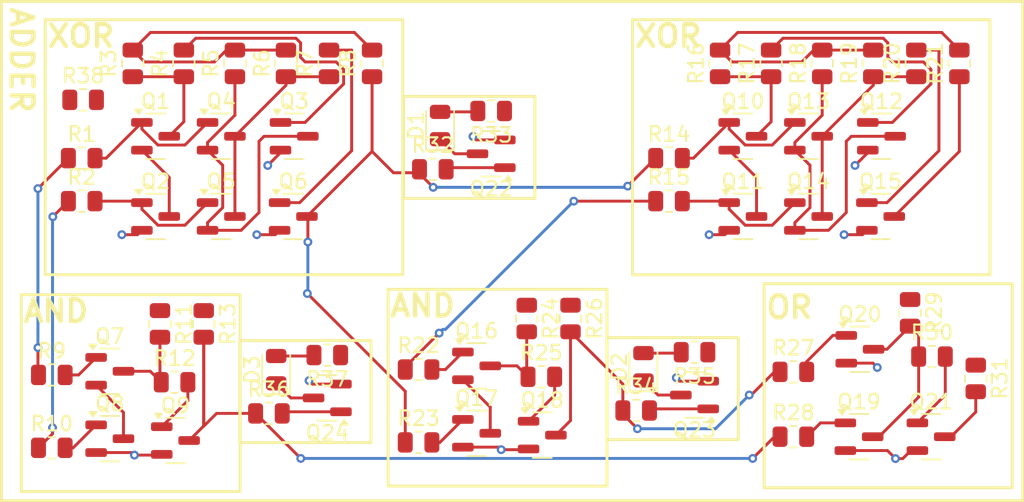
<source format=kicad_pcb>
(kicad_pcb (version 20240108) (generator "pcbnew") (generator_version "8.0")
  (layers (0 "F.Cu" signal) (31 "B.Cu" signal) (34 "B.Paste" user) (35 "F.Paste" user) (36 "B.SilkS" user "B.Silkscreen") (37 "F.SilkS" user "F.Silkscreen") (38 "B.Mask" user) (39 "F.Mask" user) (44 "Edge.Cuts" user))
  (net 0 "")
  (net 1 "Net-(Q1-E)")
  (net 2 "/XorGate2/Asig")
  (net 3 "Net-(Q1-C)")
  (net 4 "GND")
  (net 5 "/XorGate2/Bsig")
  (net 6 "Net-(Q3-B)")
  (net 7 "Net-(Q3-C)")
  (net 8 "Net-(Q4-C)")
  (net 9 "/And Gate2/B")
  (net 10 "Net-(Q6-B)")
  (net 11 "Net-(Q7-B)")
  (net 12 "Net-(Q7-E)")
  (net 13 "Net-(Q7-C)")
  (net 14 "Net-(Q8-B)")
  (net 15 "/And Gate3/OUT")
  (net 16 "Net-(Q9-B)")
  (net 17 "Net-(Q10-C)")
  (net 18 "Net-(Q10-E)")
  (net 19 "/XorGate1/Asig")
  (net 20 "/XorGate1/Bsig")
  (net 21 "Net-(Q12-C)")
  (net 22 "Net-(Q12-B)")
  (net 23 "Net-(Q13-C)")
  (net 24 "/SUM")
  (net 25 "Net-(Q15-B)")
  (net 26 "Net-(Q16-E)")
  (net 27 "Net-(Q16-B)")
  (net 28 "Net-(Q16-C)")
  (net 29 "Net-(Q17-B)")
  (net 30 "Net-(Q18-B)")
  (net 31 "/And Gate2/OUT")
  (net 32 "Net-(Q19-C)")
  (net 33 "Net-(Q19-B)")
  (net 34 "Net-(Q20-B)")
  (net 35 "/Cout")
  (net 36 "Net-(Q21-B)")
  (net 37 "/A")
  (net 38 "/B")
  (net 39 "VCC")
  (net 40 "/Cin")
  (net 43 "Net-(D1-K)")
  (net 44 "Net-(D1-A)")
  (net 45 "Net-(D2-A)")
  (net 46 "Net-(D2-K)")
  (net 47 "Net-(D3-K)")
  (net 48 "Net-(D3-A)")
  (net 49 "Net-(Q22-B)")
  (net 50 "Net-(Q23-B)")
  (net 51 "Net-(Q24-B)")
  (footprint "Package_TO_SOT_SMD:SOT-23" (layer "F.Cu") (at 109.8125 50.5)
    (property "Reference" "Q14")
    (property "Value" "NPN Transistor")
  )
  (footprint "Resistor_SMD:R_0805_2012Metric" (layer "F.Cu") (at 72.83014 64.011323)
    (property "Reference" "R36")
    (property "Value" "42k" (hide yes))
  )
  (footprint "Package_TO_SOT_SMD:SOT-23" (layer "F.Cu") (at 113.273474 65.610974)
    (property "Reference" "Q19")
    (property "Value" "NPN Transistor")
  )
  (footprint "Resistor_SMD:R_0805_2012Metric" (layer "F.Cu") (at 114.25 40 90)
    (property "Reference" "R19")
    (property "Value" "2.1k")
  )
  (footprint "Package_TO_SOT_SMD:SOT-23" (layer "F.Cu") (at 91.5625 65.5)
    (property "Reference" "Q18")
    (property "Value" "NPN Transistor")
  )
  (footprint "Resistor_SMD:R_0805_2012Metric" (layer "F.Cu") (at 103.75 40 90)
    (property "Reference" "R16")
    (property "Value" "2.1k")
  )
  (footprint "Resistor_SMD:R_0805_2012Metric" (layer "F.Cu") (at 100.25 46.5)
    (property "Reference" "R14")
    (property "Value" "1k")
  )
  (footprint "Resistor_SMD:R_0805_2012Metric" (layer "F.Cu") (at 102 59.8125 180)
    (property "Reference" "R35")
    (property "Value" "200" (hide yes))
  )
  (footprint "Resistor_SMD:R_0805_2012Metric" (layer "F.Cu") (at 93.5 57.5 -90)
    (property "Reference" "R26")
    (property "Value" "2.7k")
  )
  (footprint "LED_SMD:LED_0805_2012Metric" (layer "F.Cu") (at 98.5 60.8125 90)
    (property "Reference" "D2")
    (property "Value" "Red LED")
  )
  (footprint "Resistor_SMD:R_0805_2012Metric" (layer "F.Cu") (at 76.83014 60.011323 180)
    (property "Reference" "R37")
    (property "Value" "200" (hide yes))
  )
  (footprint "Package_TO_SOT_SMD:SOT-23" (layer "F.Cu") (at 109.8125 45)
    (property "Reference" "Q13")
    (property "Value" "NPN Transistor")
  )
  (footprint "Resistor_SMD:R_0805_2012Metric" (layer "F.Cu") (at 116.773474 57.110974 -90)
    (property "Reference" "R29")
    (property "Value" "2.7k")
  )
  (footprint "Package_TO_SOT_SMD:SOT-23" (layer "F.Cu") (at 118.210974 65.610974)
    (property "Reference" "Q21")
    (property "Value" "NPN Transistor")
  )
  (footprint "Package_TO_SOT_SMD:SOT-23" (layer "F.Cu") (at 76.83014 62.948823 180)
    (property "Reference" "Q24")
    (property "Value" "NPN Transistor")
  )
  (footprint "Package_TO_SOT_SMD:SOT-23" (layer "F.Cu") (at 66.425409 65.871313)
    (property "Reference" "Q9")
    (property "Value" "NPN Transistor")
  )
  (footprint "Resistor_SMD:R_0805_2012Metric" (layer "F.Cu") (at 74 40 90)
    (property "Reference" "R6")
    (property "Value" "2.1k")
  )
  (footprint "Resistor_SMD:R_0805_2012Metric" (layer "F.Cu") (at 121.273474 61.610974 -90)
    (property "Reference" "R31")
    (property "Value" "2.7k")
  )
  (footprint "Package_TO_SOT_SMD:SOT-23" (layer "F.Cu") (at 113.335974 59.610974)
    (property "Reference" "Q20")
    (property "Value" "NPN Transistor")
  )
  (footprint "Resistor_SMD:R_0805_2012Metric" (layer "F.Cu") (at 63.5 40 90)
    (property "Reference" "R3")
    (property "Value" "2.1k")
  )
  (footprint "LED_SMD:LED_0805_2012Metric" (layer "F.Cu") (at 84.5625 44.2625 90)
    (property "Reference" "D1")
    (property "Value" "Red LED")
  )
  (footprint "Resistor_SMD:R_0805_2012Metric" (layer "F.Cu") (at 83.0875 66)
    (property "Reference" "R23")
    (property "Value" "42k")
  )
  (footprint "Package_TO_SOT_SMD:SOT-23" (layer "F.Cu") (at 74.5625 45)
    (property "Reference" "Q3")
    (property "Value" "NPN Transistor")
  )
  (footprint "Resistor_SMD:R_0805_2012Metric" (layer "F.Cu") (at 79.9 40 90)
    (property "Reference" "R8")
    (property "Value" "2.7k")
  )
  (footprint "Resistor_SMD:R_0805_2012Metric" (layer "F.Cu") (at 60 49.45)
    (property "Reference" "R2")
    (property "Value" "1k")
  )
  (footprint "Resistor_SMD:R_0805_2012Metric" (layer "F.Cu") (at 83.0875 61)
    (property "Reference" "R22")
    (property "Value" "42k")
  )
  (footprint "Resistor_SMD:R_0805_2012Metric" (layer "F.Cu") (at 108.773474 65.610974)
    (property "Reference" "R28")
    (property "Value" "42k")
  )
  (footprint "Package_TO_SOT_SMD:SOT-23" (layer "F.Cu") (at 69.5625 50.5)
    (property "Reference" "Q5")
    (property "Value" "NPN Transistor")
  )
  (footprint "Package_TO_SOT_SMD:SOT-23" (layer "F.Cu") (at 87.0625 60.75)
    (property "Reference" "Q16")
    (property "Value" "NPN Transistor")
  )
  (footprint "Resistor_SMD:R_0805_2012Metric" (layer "F.Cu") (at 98 63.8125)
    (property "Reference" "R34")
    (property "Value" "42k" (hide yes))
  )
  (footprint "Resistor_SMD:R_0805_2012Metric" (layer "F.Cu") (at 57.950409 66.371313)
    (property "Reference" "R10")
    (property "Value" "42k")
  )
  (footprint "Package_TO_SOT_SMD:SOT-23" (layer "F.Cu") (at 105.3125 50.5)
    (property "Reference" "Q11")
    (property "Value" "NPN Transistor")
  )
  (footprint "Package_TO_SOT_SMD:SOT-23" (layer "F.Cu") (at 102 62.75 180)
    (property "Reference" "Q23")
    (property "Value" "NPN Transistor")
  )
  (footprint "Resistor_SMD:R_0805_2012Metric" (layer "F.Cu") (at 90.5 57.5 -90)
    (property "Reference" "R24")
    (property "Value" "2.1k")
  )
  (footprint "Resistor_SMD:R_0805_2012Metric" (layer "F.Cu") (at 107.25 40 90)
    (property "Reference" "R17")
    (property "Value" "1k")
  )
  (footprint "Resistor_SMD:R_0805_2012Metric" (layer "F.Cu") (at 100.25 49.45)
    (property "Reference" "R15")
    (property "Value" "1k")
  )
  (footprint "Package_TO_SOT_SMD:SOT-23" (layer "F.Cu") (at 65.0625 50.5)
    (property "Reference" "Q2")
    (property "Value" "NPN Transistor")
  )
  (footprint "Resistor_SMD:R_0805_2012Metric" (layer "F.Cu") (at 68.362909 57.871313 -90)
    (property "Reference" "R13")
    (property "Value" "2.7k")
  )
  (footprint "Resistor_SMD:R_0805_2012Metric" (layer "F.Cu") (at 88.0625 43.2625 180)
    (property "Reference" "R33")
    (property "Value" "200" (hide yes))
  )
  (footprint "Resistor_SMD:R_0805_2012Metric" (layer "F.Cu") (at 84.0625 47.2625)
    (property "Reference" "R32")
    (property "Value" "42k" (hide yes))
  )
  (footprint "Resistor_SMD:R_0805_2012Metric" (layer "F.Cu") (at 117.2 40 90)
    (property "Reference" "R20")
    (property "Value" "39k")
  )
  (footprint "Resistor_SMD:R_0805_2012Metric" (layer "F.Cu") (at 120.15 40 90)
    (property "Reference" "R21")
    (property "Value" "2.7k")
  )
  (footprint "Resistor_SMD:R_0805_2012Metric" (layer "F.Cu") (at 57.950409 61.371313)
    (property "Reference" "R9")
    (property "Value" "42k")
  )
  (footprint "Package_TO_SOT_SMD:SOT-23" (layer "F.Cu") (at 69.5625 45)
    (property "Reference" "Q4")
    (property "Value" "NPN Transistor")
  )
  (footprint "Package_TO_SOT_SMD:SOT-23" (layer "F.Cu") (at 88.0625 46.2 180)
    (property "Reference" "Q22")
    (property "Value" "NPN Transistor")
  )
  (footprint "Package_TO_SOT_SMD:SOT-23" (layer "F.Cu") (at 74.5 50.5)
    (property "Reference" "Q6")
    (property "Value" "NPN Transistor")
  )
  (footprint "Resistor_SMD:R_0805_2012Metric" (layer "F.Cu") (at 60.0975 42.5)
    (property "Reference" "R38")
    (property "Value" "R")
  )
  (footprint "Resistor_SMD:R_0805_2012Metric" (layer "F.Cu") (at 70.5 40 90)
    (property "Reference" "R5")
    (property "Value" "2.7k")
  )
  (footprint "Package_TO_SOT_SMD:SOT-23" (layer "F.Cu") (at 61.925409 65.746313)
    (property "Reference" "Q8")
    (property "Value" "NPN Transistor")
  )
  (footprint "Resistor_SMD:R_0805_2012Metric" (layer "F.Cu") (at 118.273474 60.110974)
    (property "Reference" "R30")
    (property "Value" "39k")
  )
  (footprint "Resistor_SMD:R_0805_2012Metric" (layer "F.Cu") (at 66.362909 61.871313)
    (property "Reference" "R12")
    (property "Value" "39k")
  )
  (footprint "Resistor_SMD:R_0805_2012Metric" (layer "F.Cu") (at 108.773474 61.160974)
    (property "Reference" "R27")
    (property "Value" "42k")
  )
  (footprint "Package_TO_SOT_SMD:SOT-23" (layer "F.Cu") (at 105.3125 45)
    (property "Reference" "Q10")
    (property "Value" "NPN Transistor")
  )
  (footprint "Resistor_SMD:R_0805_2012Metric" (layer "F.Cu") (at 60 46.5)
    (property "Reference" "R1")
    (property "Value" "1k")
  )
  (footprint "Package_TO_SOT_SMD:SOT-23" (layer "F.Cu") (at 114.8125 45)
    (property "Reference" "Q12")
    (property "Value" "NPN Transistor")
  )
  (footprint "Resistor_SMD:R_0805_2012Metric" (layer "F.Cu") (at 65.362909 57.871313 -90)
    (property "Reference" "R11")
    (property "Value" "2.1k")
  )
  (footprint "Resistor_SMD:R_0805_2012Metric" (layer "F.Cu") (at 76.95 40 90)
    (property "Reference" "R7")
    (property "Value" "39k")
  )
  (footprint "Package_TO_SOT_SMD:SOT-23" (layer "F.Cu") (at 61.925409 61.121313)
    (property "Reference" "Q7")
    (property "Value" "NPN Transistor")
  )
  (footprint "LED_SMD:LED_0805_2012Metric" (layer "F.Cu") (at 73.33014 61.011323 90)
    (property "Reference" "D3")
    (property "Value" "Red LED")
  )
  (footprint "Package_TO_SOT_SMD:SOT-23" (layer "F.Cu") (at 87.0625 65.375)
    (property "Reference" "Q17")
    (property "Value" "NPN Transistor")
  )
  (footprint "Resistor_SMD:R_0805_2012Metric" (layer "F.Cu") (at 110.75 40 90)
    (property "Reference" "R18")
    (property "Value" "2.7k")
  )
  (footprint "Resistor_SMD:R_0805_2012Metric" (layer "F.Cu") (at 91.5 61.5)
    (property "Reference" "R25")
    (property "Value" "39k")
  )
  (footprint "Package_TO_SOT_SMD:SOT-23" (layer "F.Cu") (at 65.0625 45)
    (property "Reference" "Q1")
    (property "Value" "NPN Transistor")
  )
  (footprint "Resistor_SMD:R_0805_2012Metric" (layer "F.Cu") (at 67 40 90)
    (property "Reference" "R4")
    (property "Value" "1k")
  )
  (footprint "Package_TO_SOT_SMD:SOT-23" (layer "F.Cu") (at 114.75 50.5)
    (property "Reference" "Q15")
    (property "Value" "NPN Transistor")
  )
  (gr_rect (start 106.773474 55.110974) (end 123.773474 69.110974) (stroke (width 0.2)) (fill none) (layer "F.SilkS"))
  (gr_rect (start 81 55.5) (end 96 69) (stroke (width 0.2)) (fill none) (layer "F.SilkS"))
  (gr_rect (start 54.5 35.75) (end 124.5 70) (stroke (width 0.2)) (fill none) (layer "F.SilkS"))
  (gr_rect (start 55.862909 55.871313) (end 70.862909 69.371313) (stroke (width 0.2)) (fill none) (layer "F.SilkS"))
  (gr_rect (start 57.5 37) (end 82 54.5) (stroke (width 0.2)) (fill none) (layer "F.SilkS"))
  (gr_rect (start 97.75 37) (end 122.25 54.5) (stroke (width 0.2)) (fill none) (layer "F.SilkS"))
  (gr_rect (start 96 58.8125) (end 105 65.8125) (stroke (width 0.2)) (fill none) (layer "F.SilkS"))
  (gr_rect (start 82.0625 42.2625) (end 91.0625 49.2625) (stroke (width 0.2)) (fill none) (layer "F.SilkS"))
  (gr_rect (start 70.83014 59.011323) (end 79.83014 66.011323) (stroke (width 0.2)) (fill none) (layer "F.SilkS"))
  (gr_text "OR" (at 106.773474 57.610974 0) (layer "F.SilkS") (effects (font (size 1.5 1.5) (thickness 0.3) (bold yes)) (justify left bottom)))
  (gr_text "AND" (at 55.862909 57.871313 0) (layer "F.SilkS") (effects (font (size 1.5 1.5) (thickness 0.3) (bold yes)) (justify left bottom)))
  (gr_text "XOR" (at 57.5 39 0) (layer "F.SilkS") (effects (font (size 1.5 1.5) (thickness 0.3) (bold yes)) (justify left bottom)))
  (gr_text "XOR" (at 97.75 39 0) (layer "F.SilkS") (effects (font (size 1.5 1.5) (thickness 0.3) (bold yes)) (justify left bottom)))
  (gr_text "ADDER" (at 55 36 -90) (layer "F.SilkS") (effects (font (size 1.5 1.5) (thickness 0.3) (bold yes)) (justify left bottom)))
  (gr_text "AND" (at 81 57.5 0) (layer "F.SilkS") (effects (font (size 1.5 1.5) (thickness 0.3) (bold yes)) (justify left bottom)))
  (segment (start 66 47.825) (end 64.125 45.95) (width 0.2) (layer "F.Cu") (net 1))
  (segment (start 66 50.5) (end 66 47.825) (width 0.2) (layer "F.Cu") (net 1))
  (segment (start 67.075 45.6) (end 68.625 44.05) (width 0.2) (layer "F.Cu") (net 2))
  (segment (start 61.675 46.5) (end 64.125 44.05) (width 0.2) (layer "F.Cu") (net 2))
  (segment (start 64.125 44.05) (end 64.125 44.503052) (width 0.2) (layer "F.Cu") (net 2))
  (segment (start 60.9125 46.5) (end 61.675 46.5) (width 0.2) (layer "F.Cu") (net 2))
  (segment (start 64.125 44.503052) (end 65.221948 45.6) (width 0.2) (layer "F.Cu") (net 2))
  (segment (start 65.221948 45.6) (end 67.075 45.6) (width 0.2) (layer "F.Cu") (net 2))
  (segment (start 63.5 40.9125) (end 67 40.9125) (width 0.2) (layer "F.Cu") (net 3))
  (segment (start 67 44) (end 67 40.9125) (width 0.2) (layer "F.Cu") (net 3))
  (segment (start 66 45) (end 67 44) (width 0.2) (layer "F.Cu") (net 3))
  (segment (start 63.0875 41.325) (end 63.5 40.9125) (width 0.2) (layer "F.Cu") (net 3))
  (segment (start 63.437909 66.696313) (end 63.612909 66.871313) (width 0.2) (layer "F.Cu") (net 4))
  (segment (start 116.273474 67.110974) (end 116.823474 66.560974) (width 0.2) (layer "F.Cu") (net 4))
  (segment (start 88.575 66.325) (end 88.75 66.5) (width 0.2) (layer "F.Cu") (net 4))
  (segment (start 86.125 66.325) (end 88.575 66.325) (width 0.2) (layer "F.Cu") (net 4))
  (segment (start 113.5125 51.75) (end 113.8125 51.45) (width 0.2) (layer "F.Cu") (net 4))
  (segment (start 62.75 51.75) (end 63.825 51.75) (width 0.2) (layer "F.Cu") (net 4))
  (segment (start 103 51.75) (end 104.075 51.75) (width 0.2) (layer "F.Cu") (net 4))
  (segment (start 115.223474 66.560974) (end 112.335974 66.560974) (width 0.2) (layer "F.Cu") (net 4))
  (segment (start 89 45.25) (end 87.05 45.25) (width 0.2) (layer "F.Cu") (net 4))
  (segment (start 113.875 46.125) (end 113 47) (width 0.2) (layer "F.Cu") (net 4))
  (segment (start 104.075 51.75) (end 104.375 51.45) (width 0.2) (layer "F.Cu") (net 4))
  (segment (start 115.773474 67.110974) (end 116.273474 67.110974) (width 0.2) (layer "F.Cu") (net 4))
  (segment (start 87.05 45.25) (end 86.8125 45.0125) (width 0.2) (layer "F.Cu") (net 4))
  (segment (start 63.825 51.75) (end 64.125 51.45) (width 0.2) (layer "F.Cu") (net 4))
  (segment (start 72 51.75) (end 73.2625 51.75) (width 0.2) (layer "F.Cu") (net 4))
  (segment (start 114.223474 60.560974) (end 114.523474 60.860974) (width 0.2) (layer "F.Cu") (net 4))
  (segment (start 100.9875 61.8) (end 100.75 61.5625) (width 0.2) (layer "F.Cu") (net 4))
  (segment (start 113.875 45.95) (end 113.875 46.125) (width 0.2) (layer "F.Cu") (net 4))
  (segment (start 73.625 46.125) (end 72.75 47) (width 0.2) (layer "F.Cu") (net 4))
  (segment (start 60.987909 66.696313) (end 63.437909 66.696313) (width 0.2) (layer "F.Cu") (net 4))
  (segment (start 65.437909 66.871313) (end 65.487909 66.821313) (width 0.2) (layer "F.Cu") (net 4))
  (segment (start 77.76764 61.998823) (end 75.81764 61.998823) (width 0.2) (layer "F.Cu") (net 4))
  (segment (start 112.398474 60.560974) (end 114.223474 60.560974) (width 0.2) (layer "F.Cu") (net 4))
  (segment (start 90.575 66.5) (end 90.625 66.45) (width 0.2) (layer "F.Cu") (net 4))
  (segment (start 73.2625 51.75) (end 73.5625 51.45) (width 0.2) (layer "F.Cu") (net 4))
  (segment (start 88.75 66.5) (end 90.575 66.5) (width 0.2) (layer "F.Cu") (net 4))
  (segment (start 63.612909 66.871313) (end 65.437909 66.871313) (width 0.2) (layer "F.Cu") (net 4))
  (segment (start 112.25 51.75) (end 113.5125 51.75) (width 0.2) (layer "F.Cu") (net 4))
  (segment (start 73.625 45.95) (end 73.625 46.125) (width 0.2) (layer "F.Cu") (net 4))
  (segment (start 75.81764 61.998823) (end 75.58014 61.761323) (width 0.2) (layer "F.Cu") (net 4))
  (segment (start 102.9375 61.8) (end 100.9875 61.8) (width 0.2) (layer "F.Cu") (net 4))
  (segment (start 115.223474 66.560974) (end 115.773474 67.110974) (width 0.2) (layer "F.Cu") (net 4))
  (via (at 115.773474 67.110974) (size 0.6) (drill 0.3) (layers "F.Cu" "B.Cu") (net 4))
  (via (at 114.523474 60.860974) (size 0.6) (drill 0.3) (layers "F.Cu" "B.Cu") (net 4))
  (via (at 86.8125 45.0125) (size 0.6) (drill 0.3) (layers "F.Cu" "B.Cu") (net 4))
  (via (at 103 51.75) (size 0.6) (drill 0.3) (layers "F.Cu" "B.Cu") (net 4))
  (via (at 62.75 51.75) (size 0.6) (drill 0.3) (layers "F.Cu" "B.Cu") (net 4))
  (via (at 100.75 61.5625) (size 0.6) (drill 0.3) (layers "F.Cu" "B.Cu") (net 4))
  (via (at 112.25 51.75) (size 0.6) (drill 0.3) (layers "F.Cu" "B.Cu") (net 4))
  (via (at 88.75 66.5) (size 0.6) (drill 0.3) (layers "F.Cu" "B.Cu") (net 4))
  (via (at 63.612909 66.871313) (size 0.6) (drill 0.3) (layers "F.Cu" "B.Cu") (net 4))
  (via (at 75.58014 61.761323) (size 0.6) (drill 0.3) (layers "F.Cu" "B.Cu") (net 4))
  (via (at 72.75 47) (size 0.6) (drill 0.3) (layers "F.Cu" "B.Cu") (net 4))
  (via (at 72 51.75) (size 0.6) (drill 0.3) (layers "F.Cu" "B.Cu") (net 4))
  (via (at 113 47) (size 0.6) (drill 0.3) (layers "F.Cu" "B.Cu") (net 4))
  (segment (start 64.125 50.003052) (end 65.221948 51.1) (width 0.2) (layer "F.Cu") (net 5))
  (segment (start 65.221948 51.1) (end 67.075 51.1) (width 0.2) (layer "F.Cu") (net 5))
  (segment (start 67.075 51.1) (end 68.625 49.55) (width 0.2) (layer "F.Cu") (net 5))
  (segment (start 60.9125 49.45) (end 64.025 49.45) (width 0.2) (layer "F.Cu") (net 5))
  (segment (start 64.025 49.45) (end 64.125 49.55) (width 0.2) (layer "F.Cu") (net 5))
  (segment (start 64.125 49.55) (end 64.125 50.003052) (width 0.2) (layer "F.Cu") (net 5))
  (segment (start 77.434744 39.9) (end 75.315256 39.9) (width 0.2) (layer "F.Cu") (net 6))
  (segment (start 74.684744 38.275) (end 67.8125 38.275) (width 0.2) (layer "F.Cu") (net 6))
  (segment (start 75 38.590256) (end 74.684744 38.275) (width 0.2) (layer "F.Cu") (net 6))
  (segment (start 77.95 40.415256) (end 77.434744 39.9) (width 0.2) (layer "F.Cu") (net 6))
  (segment (start 67.8125 38.275) (end 67 39.0875) (width 0.2) (layer "F.Cu") (net 6))
  (segment (start 77.95 41.409744) (end 75.309744 44.05) (width 0.2) (layer "F.Cu") (net 6))
  (segment (start 75 39.584744) (end 75 38.590256) (width 0.2) (layer "F.Cu") (net 6))
  (segment (start 75.315256 39.9) (end 75 39.584744) (width 0.2) (layer "F.Cu") (net 6))
  (segment (start 75.309744 44.05) (end 73.625 44.05) (width 0.2) (layer "F.Cu") (net 6))
  (segment (start 77.95 40.415256) (end 77.95 41.409744) (width 0.2) (layer "F.Cu") (net 6))
  (segment (start 68.625 51.45) (end 68.625 50.928052) (width 0.2) (layer "F.Cu") (net 7))
  (segment (start 72.15 50.228052) (end 72.15 45.35) (width 0.2) (layer "F.Cu") (net 7))
  (segment (start 68.625 51.45) (end 70.928052 51.45) (width 0.2) (layer "F.Cu") (net 7))
  (segment (start 72.5 45) (end 75.5 45) (width 0.2) (layer "F.Cu") (net 7))
  (segment (start 70.5 43.553052) (end 70.5 40.9125) (width 0.2) (layer "F.Cu") (net 7))
  (segment (start 69.6625 46.9875) (end 68.625 45.95) (width 0.2) (layer "F.Cu") (net 7))
  (segment (start 68.625 50.928052) (end 69.6625 49.890552) (width 0.2) (layer "F.Cu") (net 7))
  (segment (start 68.625 45.428052) (end 70.5 43.553052) (width 0.2) (layer "F.Cu") (net 7))
  (segment (start 70.928052 51.45) (end 72.15 50.228052) (width 0.2) (layer "F.Cu") (net 7))
  (segment (start 68.625 45.95) (end 68.625 45.428052) (width 0.2) (layer "F.Cu") (net 7))
  (segment (start 72.15 45.35) (end 72.5 45) (width 0.2) (layer "F.Cu") (net 7))
  (segment (start 69.6625 49.890552) (end 69.6625 46.9875) (width 0.2) (layer "F.Cu") (net 7))
  (segment (start 76.95 40.9125) (end 74 40.9125) (width 0.2) (layer "F.Cu") (net 8))
  (segment (start 70.5 50.5) (end 70.5 45) (width 0.2) (layer "F.Cu") (net 8))
  (segment (start 70.5 45) (end 74 41.5) (width 0.2) (layer "F.Cu") (net 8))
  (segment (start 74 41.5) (end 74 40.9125) (width 0.2) (layer "F.Cu") (net 8))
  (segment (start 75.5 50.5625) (end 75.4375 50.5) (width 0.2) (layer "F.Cu") (net 9))
  (segment (start 83.0875 47.5) (end 84.0875 48.5) (width 0.2) (layer "F.Cu") (net 9))
  (segment (start 97.3375 48.5) (end 97.41875 48.41875) (width 0.2) (layer "F.Cu") (net 9))
  (segment (start 83.0875 47.5) (end 81.3625 47.5) (width 0.2) (layer "F.Cu") (net 9))
  (segment (start 75.4375 50.5) (end 79.9 46.0375) (width 0.2) (layer "F.Cu") (net 9))
  (segment (start 79.9 46.0375) (end 79.9 40.9125) (width 0.2) (layer "F.Cu") (net 9))
  (segment (start 75.5 52.25) (end 75.5 50.5625) (width 0.2) (layer "F.Cu") (net 9))
  (segment (start 97.41875 48.41875) (end 99.3375 46.5) (width 0.2) (layer "F.Cu") (net 9))
  (segment (start 81.3625 47.5) (end 79.9 46.0375) (width 0.2) (layer "F.Cu") (net 9))
  (segment (start 75.463878 55.786122) (end 75.4375 55.759744) (width 0.2) (layer "F.Cu") (net 9))
  (segment (start 82.175 62.497244) (end 75.463878 55.786122) (width 0.2) (layer "F.Cu") (net 9))
  (segment (start 82.175 66) (end 82.175 62.497244) (width 0.2) (layer "F.Cu") (net 9))
  (via (at 84.0875 48.5) (size 0.6) (drill 0.3) (layers "F.Cu" "B.Cu") (net 9))
  (via (at 75.5 52.25) (size 0.6) (drill 0.3) (layers "F.Cu" "B.Cu") (net 9))
  (via (at 97.41875 48.41875) (size 0.6) (drill 0.3) (layers "F.Cu" "B.Cu") (net 9))
  (via (at 75.463878 55.786122) (size 0.6) (drill 0.3) (layers "F.Cu" "B.Cu") (net 9))
  (segment (start 75.463878 55.786122) (end 75.5 55.75) (width 0.2) (layer "B.Cu") (net 9))
  (segment (start 97.3375 48.5) (end 97.41875 48.41875) (width 0.2) (layer "B.Cu") (net 9))
  (segment (start 75.5 55.75) (end 75.5 52.25) (width 0.2) (layer "B.Cu") (net 9))
  (segment (start 84.0875 48.5) (end 97.3375 48.5) (width 0.2) (layer "B.Cu") (net 9))
  (segment (start 78.5 45.990552) (end 78.5 39.0875) (width 0.2) (layer "F.Cu") (net 10))
  (segment (start 73.5625 49.55) (end 74.940552 49.55) (width 0.2) (layer "F.Cu") (net 10))
  (segment (start 74.940552 49.55) (end 78.5 45.990552) (width 0.2) (layer "F.Cu") (net 10))
  (segment (start 78.5 39.0875) (end 76.95 39.0875) (width 0.2) (layer "F.Cu") (net 10))
  (segment (start 59.787909 61.371313) (end 60.987909 60.171313) (width 0.2) (layer "F.Cu") (net 11))
  (segment (start 58.862909 61.371313) (end 59.787909 61.371313) (width 0.2) (layer "F.Cu") (net 11))
  (segment (start 62.862909 63.946313) (end 62.862909 65.746313) (width 0.2) (layer "F.Cu") (net 12))
  (segment (start 60.987909 62.071313) (end 62.862909 63.946313) (width 0.2) (layer "F.Cu") (net 12))
  (segment (start 62.862909 61.121313) (end 64.700409 61.121313) (width 0.2) (layer "F.Cu") (net 13))
  (segment (start 65.362909 58.783813) (end 65.362909 61.783813) (width 0.2) (layer "F.Cu") (net 13))
  (segment (start 64.700409 61.121313) (end 65.450409 61.871313) (width 0.2) (layer "F.Cu") (net 13))
  (segment (start 65.362909 61.783813) (end 65.450409 61.871313) (width 0.2) (layer "F.Cu") (net 13))
  (segment (start 59.187909 66.696313) (end 58.862909 66.371313) (width 0.2) (layer "F.Cu") (net 14))
  (segment (start 60.987909 64.796313) (end 59.412909 66.371313) (width 0.2) (layer "F.Cu") (net 14))
  (segment (start 59.412909 66.371313) (end 58.862909 66.371313) (width 0.2) (layer "F.Cu") (net 14))
  (segment (start 68.362909 58.783813) (end 68.400409 58.821313) (width 0.2) (layer "F.Cu") (net 15))
  (segment (start 72.025 64.1125) (end 75.0125 67.1) (width 0.2) (layer "F.Cu") (net 15))
  (segment (start 68.3625 64.890552) (end 69.241729 64.011323) (width 0.2) (layer "F.Cu") (net 15))
  (segment (start 68.362909 64.871313) (end 68.362909 58.783813) (width 0.2) (layer "F.Cu") (net 15))
  (segment (start 68.3625 58.45) (end 68.3625 64.890552) (width 0.2) (layer "F.Cu") (net 15))
  (segment (start 67.362909 65.871313) (end 68.362909 64.871313) (width 0.2) (layer "F.Cu") (net 15))
  (segment (start 105.9875 67.1) (end 107.5875 65.5) (width 0.2) (layer "F.Cu") (net 15))
  (segment (start 69.241729 64.011323) (end 71.91764 64.011323) (width 0.2) (layer "F.Cu") (net 15))
  (via (at 75.0125 67.1) (size 0.6) (drill 0.3) (layers "F.Cu" "B.Cu") (net 15))
  (via (at 105.9875 67.1) (size 0.6) (drill 0.3) (layers "F.Cu" "B.Cu") (net 15))
  (segment (start 75.0125 67.1) (end 105.9875 67.1) (width 0.2) (layer "B.Cu") (net 15))
  (segment (start 67.275409 63.133813) (end 67.275409 61.871313) (width 0.2) (layer "F.Cu") (net 16))
  (segment (start 65.487909 64.921313) (end 67.275409 63.133813) (width 0.2) (layer "F.Cu") (net 16))
  (segment (start 103.75 40.9125) (end 107.25 40.9125) (width 0.2) (layer "F.Cu") (net 17))
  (segment (start 107.25 44) (end 107.25 40.9125) (width 0.2) (layer "F.Cu") (net 17))
  (segment (start 106.25 45) (end 107.25 44) (width 0.2) (layer "F.Cu") (net 17))
  (segment (start 103.3375 41.325) (end 103.75 40.9125) (width 0.2) (layer "F.Cu") (net 17))
  (segment (start 106.25 47.825) (end 104.375 45.95) (width 0.2) (layer "F.Cu") (net 18))
  (segment (start 106.25 50.5) (end 106.25 47.825) (width 0.2) (layer "F.Cu") (net 18))
  (segment (start 104.375 44.05) (end 104.375 44.503052) (width 0.2) (layer "F.Cu") (net 19))
  (segment (start 101.925 46.5) (end 104.375 44.05) (width 0.2) (layer "F.Cu") (net 19))
  (segment (start 101.1625 46.5) (end 101.925 46.5) (width 0.2) (layer "F.Cu") (net 19))
  (segment (start 107.325 45.6) (end 108.875 44.05) (width 0.2) (layer "F.Cu") (net 19))
  (segment (start 105.471948 45.6) (end 107.325 45.6) (width 0.2) (layer "F.Cu") (net 19))
  (segment (start 104.375 44.503052) (end 105.471948 45.6) (width 0.2) (layer "F.Cu") (net 19))
  (segment (start 105.471948 51.1) (end 107.325 51.1) (width 0.2) (layer "F.Cu") (net 20))
  (segment (start 104.275 49.45) (end 104.375 49.55) (width 0.2) (layer "F.Cu") (net 20))
  (segment (start 101.1625 49.45) (end 104.275 49.45) (width 0.2) (layer "F.Cu") (net 20))
  (segment (start 104.375 49.55) (end 104.375 50.003052) (width 0.2) (layer "F.Cu") (net 20))
  (segment (start 107.325 51.1) (end 108.875 49.55) (width 0.2) (layer "F.Cu") (net 20))
  (segment (start 104.375 50.003052) (end 105.471948 51.1) (width 0.2) (layer "F.Cu") (net 20))
  (segment (start 109.9125 46.9875) (end 108.875 45.95) (width 0.2) (layer "F.Cu") (net 21))
  (segment (start 109.9125 49.890552) (end 109.9125 46.9875) (width 0.2) (layer "F.Cu") (net 21))
  (segment (start 112.75 45) (end 115.75 45) (width 0.2) (layer "F.Cu") (net 21))
  (segment (start 110.75 43.553052) (end 110.75 40.9125) (width 0.2) (layer "F.Cu") (net 21))
  (segment (start 112.4 50.228052) (end 112.4 45.35) (width 0.2) (layer "F.Cu") (net 21))
  (segment (start 108.875 45.95) (end 108.875 45.428052) (width 0.2) (layer "F.Cu") (net 21))
  (segment (start 112.4 45.35) (end 112.75 45) (width 0.2) (layer "F.Cu") (net 21))
  (segment (start 111.178052 51.45) (end 112.4 50.228052) (width 0.2) (layer "F.Cu") (net 21))
  (segment (start 108.875 45.428052) (end 110.75 43.553052) (width 0.2) (layer "F.Cu") (net 21))
  (segment (start 108.875 50.928052) (end 109.9125 49.890552) (width 0.2) (layer "F.Cu") (net 21))
  (segment (start 108.875 51.45) (end 111.178052 51.45) (width 0.2) (layer "F.Cu") (net 21))
  (segment (start 108.875 51.45) (end 108.875 50.928052) (width 0.2) (layer "F.Cu") (net 21))
  (segment (start 108.0625 38.275) (end 107.25 39.0875) (width 0.2) (layer "F.Cu") (net 22))
  (segment (start 118.2 41.409744) (end 115.559744 44.05) (width 0.2) (layer "F.Cu") (net 22))
  (segment (start 117.684744 39.9) (end 115.565256 39.9) (width 0.2) (layer "F.Cu") (net 22))
  (segment (start 115.565256 39.9) (end 115.25 39.584744) (width 0.2) (layer "F.Cu") (net 22))
  (segment (start 115.25 39.584744) (end 115.25 38.590256) (width 0.2) (layer "F.Cu") (net 22))
  (segment (start 115.25 38.590256) (end 114.934744 38.275) (width 0.2) (layer "F.Cu") (net 22))
  (segment (start 118.2 40.415256) (end 117.684744 39.9) (width 0.2) (layer "F.Cu") (net 22))
  (segment (start 118.2 40.415256) (end 118.2 41.409744) (width 0.2) (layer "F.Cu") (net 22))
  (segment (start 115.559744 44.05) (end 113.875 44.05) (width 0.2) (layer "F.Cu") (net 22))
  (segment (start 114.934744 38.275) (end 108.0625 38.275) (width 0.2) (layer "F.Cu") (net 22))
  (segment (start 110.75 45) (end 114.25 41.5) (width 0.2) (layer "F.Cu") (net 23))
  (segment (start 117.2 40.9125) (end 114.25 40.9125) (width 0.2) (layer "F.Cu") (net 23))
  (segment (start 114.25 41.5) (end 114.25 40.9125) (width 0.2) (layer "F.Cu") (net 23))
  (segment (start 110.75 50.5) (end 110.75 45) (width 0.2) (layer "F.Cu") (net 23))
  (segment (start 120.15 46.0375) (end 120.15 40.9125) (width 0.2) (layer "F.Cu") (net 24))
  (segment (start 115.6875 50.5) (end 120.15 46.0375) (width 0.2) (layer "F.Cu") (net 24))
  (segment (start 118.75 39.0875) (end 117.2 39.0875) (width 0.2) (layer "F.Cu") (net 25))
  (segment (start 118.75 45.990552) (end 118.75 39.0875) (width 0.2) (layer "F.Cu") (net 25))
  (segment (start 113.8125 49.55) (end 115.190552 49.55) (width 0.2) (layer "F.Cu") (net 25))
  (segment (start 115.190552 49.55) (end 118.75 45.990552) (width 0.2) (layer "F.Cu") (net 25))
  (segment (start 86.125 61.7) (end 88 63.575) (width 0.2) (layer "F.Cu") (net 26))
  (segment (start 88 63.575) (end 88 65.375) (width 0.2) (layer "F.Cu") (net 26))
  (segment (start 84.925 61) (end 86.125 59.8) (width 0.2) (layer "F.Cu") (net 27))
  (segment (start 84 61) (end 84.925 61) (width 0.2) (layer "F.Cu") (net 27))
  (segment (start 90.5 58.4125) (end 90.5 61.4125) (width 0.2) (layer "F.Cu") (net 28))
  (segment (start 88 60.75) (end 89.8375 60.75) (width 0.2) (layer "F.Cu") (net 28))
  (segment (start 89.8375 60.75) (end 90.5875 61.5) (width 0.2) (layer "F.Cu") (net 28))
  (segment (start 90.5 61.4125) (end 90.5875 61.5) (width 0.2) (layer "F.Cu") (net 28))
  (segment (start 84.325 66.325) (end 84 66) (width 0.2) (layer "F.Cu") (net 29))
  (segment (start 86.125 64.425) (end 84.55 66) (width 0.2) (layer "F.Cu") (net 29))
  (segment (start 84.55 66) (end 84 66) (width 0.2) (layer "F.Cu") (net 29))
  (segment (start 90.625 64.55) (end 92.4125 62.7625) (width 0.2) (layer "F.Cu") (net 30))
  (segment (start 92.4125 62.7625) (end 92.4125 61.5) (width 0.2) (layer "F.Cu") (net 30))
  (segment (start 97.0875 62) (end 93.5 58.4125) (width 0.2) (layer "F.Cu") (net 31))
  (segment (start 97.0875 64.0625) (end 98.0875 65.0625) (width 0.2) (layer "F.Cu") (net 31))
  (segment (start 105.8875 62.75) (end 107.5875 61.05) (width 0.2) (layer "F.Cu") (net 31))
  (segment (start 92.5 65.5) (end 93.5 64.5) (width 0.2) (layer "F.Cu") (net 31))
  (segment (start 105.75 62.75) (end 105.8875 62.75) (width 0.2) (layer "F.Cu") (net 31))
  (segment (start 93.5 58.4125) (end 93.5375 58.45) (width 0.2) (layer "F.Cu") (net 31))
  (segment (start 97.0875 64.0625) (end 97.0875 62) (width 0.2) (layer "F.Cu") (net 31))
  (segment (start 93.5 64.5) (end 93.5 58.4125) (width 0.2) (layer "F.Cu") (net 31))
  (via (at 98.0875 65.0625) (size 0.6) (drill 0.3) (layers "F.Cu" "B.Cu") (net 31))
  (via (at 105.75 62.75) (size 0.6) (drill 0.3) (layers "F.Cu" "B.Cu") (net 31))
  (segment (start 98.0875 65.0625) (end 103.4375 65.0625) (width 0.2) (layer "B.Cu") (net 31))
  (segment (start 103.4375 65.0625) (end 105.75 62.75) (width 0.2) (layer "B.Cu") (net 31))
  (segment (start 117.360974 58.610974) (end 116.773474 58.023474) (width 0.2) (layer "F.Cu") (net 32))
  (segment (start 117.360974 60.110974) (end 117.360974 58.610974) (width 0.2) (layer "F.Cu") (net 32))
  (segment (start 115.185974 59.610974) (end 114.273474 59.610974) (width 0.2) (layer "F.Cu") (net 32))
  (segment (start 114.639026 65.610974) (end 117.360974 62.889026) (width 0.2) (layer "F.Cu") (net 32))
  (segment (start 117.360974 62.889026) (end 117.360974 60.110974) (width 0.2) (layer "F.Cu") (net 32))
  (segment (start 115.185974 59.610974) (end 116.773474 58.023474) (width 0.2) (layer "F.Cu") (net 32))
  (segment (start 110.635974 64.660974) (end 112.335974 64.660974) (width 0.2) (layer "F.Cu") (net 33))
  (segment (start 109.685974 65.610974) (end 110.635974 64.660974) (width 0.2) (layer "F.Cu") (net 33))
  (segment (start 109.685974 61.160974) (end 109.685974 60.460974) (width 0.2) (layer "F.Cu") (net 34))
  (segment (start 109.685974 60.460974) (end 111.485974 58.660974) (width 0.2) (layer "F.Cu") (net 34))
  (segment (start 112.398474 58.660974) (end 111.485974 58.660974) (width 0.2) (layer "F.Cu") (net 34))
  (segment (start 119.576526 65.610974) (end 121.273474 63.914026) (width 0.2) (layer "F.Cu") (net 35))
  (segment (start 121.273474 63.914026) (end 121.273474 62.523474) (width 0.2) (layer "F.Cu") (net 35))
  (segment (start 119.185974 62.748474) (end 119.185974 60.110974) (width 0.2) (layer "F.Cu") (net 36))
  (segment (start 119.148474 60.148474) (end 119.185974 60.110974) (width 0.2) (layer "F.Cu") (net 36))
  (segment (start 117.273474 64.660974) (end 119.185974 62.748474) (width 0.2) (layer "F.Cu") (net 36))
  (segment (start 57 48.5875) (end 59.0875 46.5) (width 0.2) (layer "F.Cu") (net 37))
  (segment (start 57 61.333404) (end 57.037909 61.371313) (width 0.2) (layer "F.Cu") (net 37))
  (segment (start 57 59.5) (end 57 61.333404) (width 0.2) (layer "F.Cu") (net 37))
  (via (at 57 48.5875) (size 0.6) (drill 0.3) (layers "F.Cu" "B.Cu") (net 37))
  (via (at 57 59.5) (size 0.6) (drill 0.3) (layers "F.Cu" "B.Cu") (net 37))
  (segment (start 57 59.5) (end 57 48.5875) (width 0.2) (layer "B.Cu") (net 37))
  (segment (start 59.0875 49.45) (end 58.01875 50.51875) (width 0.2) (layer "F.Cu") (net 38))
  (segment (start 58.01875 50.51875) (end 58.0125 50.525) (width 0.2) (layer "F.Cu") (net 38))
  (segment (start 58 65) (end 58 65.409222) (width 0.2) (layer "F.Cu") (net 38))
  (segment (start 58 65.409222) (end 57.037909 66.371313) (width 0.2) (layer "F.Cu") (net 38))
  (via (at 58.01875 50.51875) (size 0.6) (drill 0.3) (layers "F.Cu" "B.Cu") (net 38))
  (via (at 58 65) (size 0.6) (drill 0.3) (layers "F.Cu" "B.Cu") (net 38))
  (segment (start 58 65) (end 58 50.5375) (width 0.2) (layer "B.Cu") (net 38))
  (segment (start 58 50.5375) (end 58.01875 50.51875) (width 0.2) (layer "B.Cu") (net 38))
  (segment (start 78.6875 37.875) (end 64.7125 37.875) (width 0.2) (layer "F.Cu") (net 39))
  (segment (start 68.275409 56.871313) (end 68.362909 56.958813) (width 0.2) (layer "F.Cu") (net 39))
  (segment (start 64.7125 37.875) (end 63.5 39.0875) (width 0.2) (layer "F.Cu") (net 39))
  (segment (start 109.35 39.9) (end 110.1625 39.0875) (width 0.2) (layer "F.Cu") (net 39))
  (segment (start 104.9625 37.875) (end 103.75 39.0875) (width 0.2) (layer "F.Cu") (net 39))
  (segment (start 120.15 39.0875) (end 118.9375 37.875) (width 0.2) (layer "F.Cu") (net 39))
  (segment (start 118.9375 37.875) (end 104.9625 37.875) (width 0.2) (layer "F.Cu") (net 39))
  (segment (start 104.5625 39.9) (end 109.35 39.9) (width 0.2) (layer "F.Cu") (net 39))
  (segment (start 79.9 39.0875) (end 78.6875 37.875) (width 0.2) (layer "F.Cu") (net 39))
  (segment (start 110.1625 39.0875) (end 110.75 39.0875) (width 0.2) (layer "F.Cu") (net 39))
  (segment (start 103.75 39.0875) (end 104.5625 39.9) (width 0.2) (layer "F.Cu") (net 39))
  (segment (start 63.5 39.0875) (end 64.3125 39.9) (width 0.2) (layer "F.Cu") (net 39))
  (segment (start 64.3125 39.9) (end 69.1 39.9) (width 0.2) (layer "F.Cu") (net 39))
  (segment (start 69.1 39.9) (end 69.9125 39.0875) (width 0.2) (layer "F.Cu") (net 39))
  (segment (start 69.9125 39.0875) (end 70.5 39.0875) (width 0.2) (layer "F.Cu") (net 39))
  (segment (start 93.4125 56.5) (end 93.5 56.5875) (width 0.2) (layer "F.Cu") (net 39))
  (segment (start 70.5 39.0875) (end 74 39.0875) (width 0.2) (layer "F.Cu") (net 39))
  (segment (start 110.75 39.0875) (end 114.25 39.0875) (width 0.2) (layer "F.Cu") (net 39))
  (segment (start 99.3375 49.45) (end 93.725 49.45) (width 0.2) (layer "F.Cu") (net 40))
  (segment (start 82.175 61) (end 82.175 60.825) (width 0.2) (layer "F.Cu") (net 40))
  (segment (start 82.175 60.825) (end 84.5 58.5) (width 0.2) (layer "F.Cu") (net 40))
  (via (at 84.5 58.5) (size 0.6) (drill 0.3) (layers "F.Cu" "B.Cu") (net 40))
  (via (at 93.725 49.45) (size 0.6) (drill 0.3) (layers "F.Cu" "B.Cu") (net 40))
  (segment (start 84.5 58.5) (end 84.75 58.25) (width 0.2) (layer "B.Cu") (net 40))
  (segment (start 84.75 58.25) (end 84.925 58.25) (width 0.2) (layer "B.Cu") (net 40))
  (segment (start 84.925 58.25) (end 93.725 49.45) (width 0.2) (layer "B.Cu") (net 40))
  (segment (start 85.5625 46.2) (end 87.125 46.2) (width 0.2) (layer "F.Cu") (net 43))
  (segment (start 84.5625 45.2) (end 85.5625 46.2) (width 0.2) (layer "F.Cu") (net 43))
  (segment (start 87.0875 43.325) (end 87.15 43.2625) (width 0.2) (layer "F.Cu") (net 44))
  (segment (start 84.5625 43.325) (end 87.0875 43.325) (width 0.2) (layer "F.Cu") (net 44))
  (segment (start 98.5 59.875) (end 101.025 59.875) (width 0.2) (layer "F.Cu") (net 45))
  (segment (start 101.025 59.875) (end 101.0875 59.8125) (width 0.2) (layer "F.Cu") (net 45))
  (segment (start 99.5 62.75) (end 101.0625 62.75) (width 0.2) (layer "F.Cu") (net 46))
  (segment (start 98.5 61.75) (end 99.5 62.75) (width 0.2) (layer "F.Cu") (net 46))
  (segment (start 73.33014 61.948823) (end 74.33014 62.948823) (width 0.2) (layer "F.Cu") (net 47))
  (segment (start 74.33014 62.948823) (end 75.89264 62.948823) (width 0.2) (layer "F.Cu") (net 47))
  (segment (start 75.85514 60.073823) (end 75.91764 60.011323) (width 0.2) (layer "F.Cu") (net 48))
  (segment (start 73.33014 60.073823) (end 75.85514 60.073823) (width 0.2) (layer "F.Cu") (net 48))
  (segment (start 85.0875 47.15) (end 84.975 47.2625) (width 0.2) (layer "F.Cu") (net 49))
  (segment (start 89 47.15) (end 85.0875 47.15) (width 0.2) (layer "F.Cu") (net 49))
  (segment (start 102.9375 63.7) (end 99.025 63.7) (width 0.2) (layer "F.Cu") (net 50))
  (segment (start 99.025 63.7) (end 98.9125 63.8125) (width 0.2) (layer "F.Cu") (net 50))
  (segment (start 77.76764 63.898823) (end 73.85514 63.898823) (width 0.2) (layer "F.Cu") (net 51))
  (segment (start 73.85514 63.898823) (end 73.74264 64.011323) (width 0.2) (layer "F.Cu") (net 51))
)
</source>
